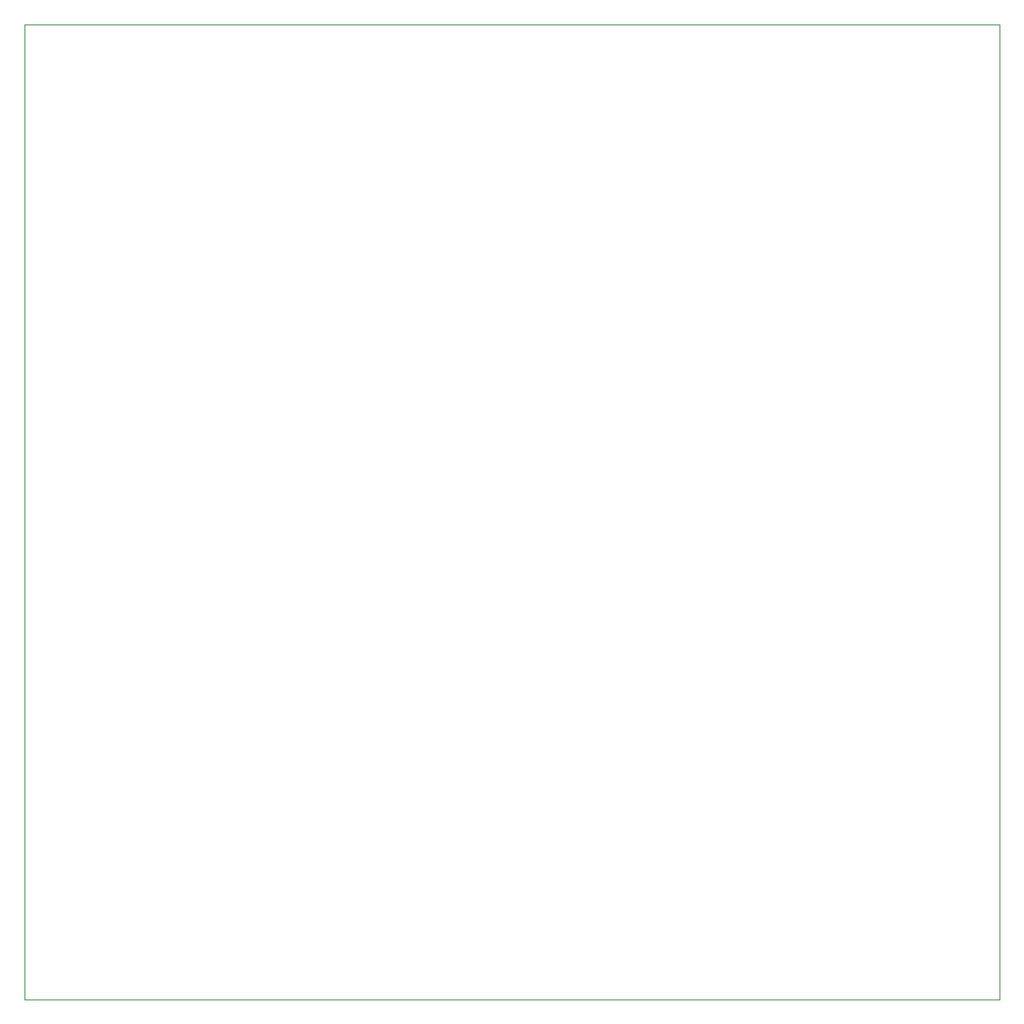
<source format=gbr>
G04 #@! TF.GenerationSoftware,KiCad,Pcbnew,(5.1.5-0-10_14)*
G04 #@! TF.CreationDate,2021-10-24T14:47:42+10:00*
G04 #@! TF.ProjectId,OH - UIP - Led Distribution,4f48202d-2055-4495-9020-2d204c656420,rev?*
G04 #@! TF.SameCoordinates,Original*
G04 #@! TF.FileFunction,Profile,NP*
%FSLAX46Y46*%
G04 Gerber Fmt 4.6, Leading zero omitted, Abs format (unit mm)*
G04 Created by KiCad (PCBNEW (5.1.5-0-10_14)) date 2021-10-24 14:47:42*
%MOMM*%
%LPD*%
G04 APERTURE LIST*
%ADD10C,0.050000*%
G04 APERTURE END LIST*
D10*
X113030000Y-142240000D02*
X113030000Y-44450000D01*
X210820000Y-142240000D02*
X113030000Y-142240000D01*
X210820000Y-44450000D02*
X210820000Y-142240000D01*
X113030000Y-44450000D02*
X210820000Y-44450000D01*
M02*

</source>
